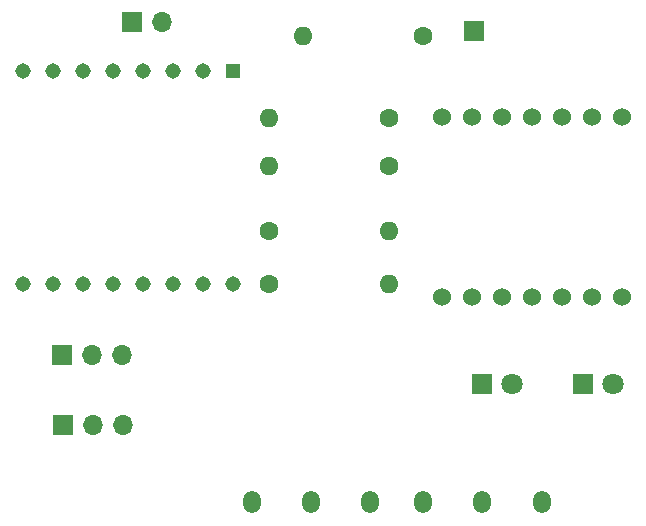
<source format=gbr>
%TF.GenerationSoftware,KiCad,Pcbnew,9.0.0*%
%TF.CreationDate,2025-03-31T22:17:34-07:00*%
%TF.ProjectId,DustBin_PCB,44757374-4269-46e5-9f50-43422e6b6963,rev?*%
%TF.SameCoordinates,Original*%
%TF.FileFunction,Soldermask,Bot*%
%TF.FilePolarity,Negative*%
%FSLAX46Y46*%
G04 Gerber Fmt 4.6, Leading zero omitted, Abs format (unit mm)*
G04 Created by KiCad (PCBNEW 9.0.0) date 2025-03-31 22:17:34*
%MOMM*%
%LPD*%
G01*
G04 APERTURE LIST*
%ADD10O,1.500000X1.900000*%
%ADD11C,1.800000*%
%ADD12R,1.800000X1.800000*%
%ADD13O,1.600000X1.600000*%
%ADD14C,1.600000*%
%ADD15C,1.308000*%
%ADD16R,1.308000X1.308000*%
%ADD17R,1.700000X1.700000*%
%ADD18O,1.700000X1.700000*%
%ADD19C,1.524000*%
G04 APERTURE END LIST*
D10*
%TO.C,POT_SENSITIVITY1*%
X38000000Y-63500000D03*
X43000000Y-63500000D03*
X48000000Y-63500000D03*
%TD*%
D11*
%TO.C,GREEN_EMF1*%
X60000000Y-53500000D03*
D12*
X57460000Y-53500000D03*
%TD*%
D13*
%TO.C,R4*%
X39420000Y-31000000D03*
D14*
X49580000Y-31000000D03*
%TD*%
D10*
%TO.C,POT_RUN_T1*%
X52500000Y-63500000D03*
X57500000Y-63500000D03*
X62500000Y-63500000D03*
%TD*%
D14*
%TO.C,R1*%
X39420000Y-40500000D03*
D13*
X49580000Y-40500000D03*
%TD*%
D12*
%TO.C,RED_Power1*%
X66000000Y-53500000D03*
D11*
X68540000Y-53500000D03*
%TD*%
D15*
%TO.C,U2*%
X28770000Y-26983000D03*
X26230000Y-26983000D03*
X28770000Y-45017000D03*
X26230000Y-45017000D03*
X23690000Y-26983000D03*
X31310000Y-26983000D03*
X31310000Y-45017000D03*
X23690000Y-45017000D03*
X33850000Y-26983000D03*
X33850000Y-45017000D03*
X21150000Y-26983000D03*
X21150000Y-45017000D03*
D16*
X36390000Y-26983000D03*
D15*
X36390000Y-45017000D03*
X18610000Y-26983000D03*
X18610000Y-45017000D03*
%TD*%
D17*
%TO.C,SPK1*%
X27810000Y-22850000D03*
D18*
X30350000Y-22850000D03*
%TD*%
D17*
%TO.C,RELAY2*%
X21920000Y-51000000D03*
D18*
X24460000Y-51000000D03*
X27000000Y-51000000D03*
%TD*%
D17*
%TO.C,RELAY1*%
X21960000Y-57000000D03*
D18*
X24500000Y-57000000D03*
X27040000Y-57000000D03*
%TD*%
D14*
%TO.C,R5*%
X52500000Y-24000000D03*
D13*
X42340000Y-24000000D03*
%TD*%
D14*
%TO.C,R3*%
X49580000Y-35000000D03*
D13*
X39420000Y-35000000D03*
%TD*%
D14*
%TO.C,R2*%
X39420000Y-45000000D03*
D13*
X49580000Y-45000000D03*
%TD*%
D17*
%TO.C,Antenna1*%
X56801500Y-23620000D03*
%TD*%
D19*
%TO.C,U1*%
X69301500Y-30880000D03*
X66761500Y-30880000D03*
X64221500Y-30880000D03*
X61681500Y-30880000D03*
X59141500Y-30880000D03*
X56601500Y-30880000D03*
X54061500Y-30880000D03*
X54061500Y-46120000D03*
X56601500Y-46120000D03*
X59141500Y-46120000D03*
X61681500Y-46120000D03*
X64221500Y-46120000D03*
X66761500Y-46120000D03*
X69301500Y-46120000D03*
%TD*%
M02*

</source>
